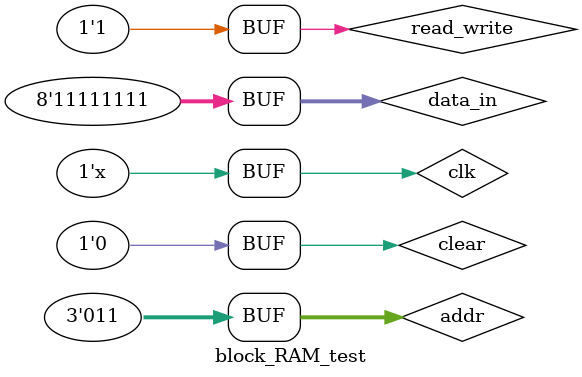
<source format=v>
`timescale 1ns / 1ps


module block_RAM_test;

	// Inputs
	reg clk;
	reg [2:0] addr;
	reg read_write;
	reg clear;
	reg [7:0] data_in;

	// Outputs
	wire [7:0] data_out;

	// Instantiate the Unit Under Test (UUT)
	block_RAM uut (
		.clk(clk), 
		.addr(addr), 
		.read_write(read_write), 
		.clear(clear), 
		.data_in(data_in), 
		.data_out(data_out)
	);
	
	always #5 clk = ~clk;

	initial begin
		// Initialize Inputs
		clk = 0;
		addr = 0;
		read_write = 0;
		clear = 0;
		data_in = 0;

		// Wait 100 ns for global reset to finish
		#100;
        
		// Add stimulus here
	   read_write = 1; 
		
		#5 data_in = 8'b10000001; 
		#4 addr = 1; 
      #5 data_in = 8'b11110000; 
      #4 addr = 2; 
      #5 data_in = 8'b00001111;
		#4 addr = 3;
      #5 data_in = 8'b11111111; 		
          	
	end
      
endmodule


</source>
